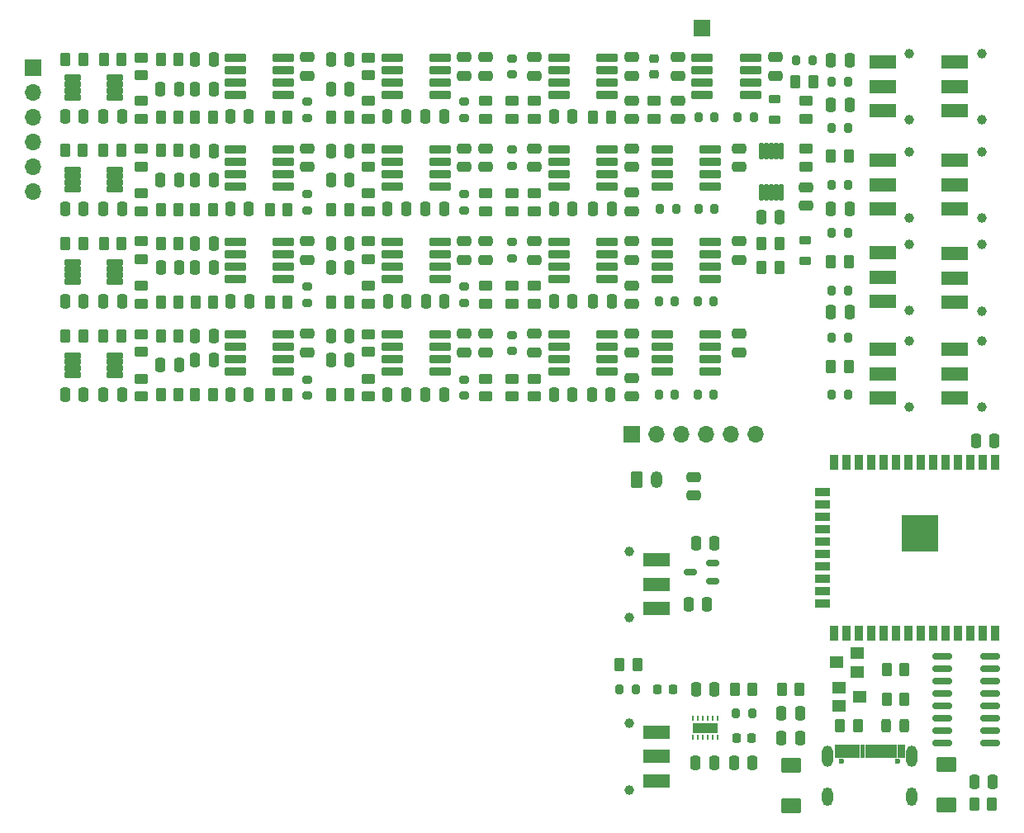
<source format=gbr>
%TF.GenerationSoftware,KiCad,Pcbnew,8.0.5*%
%TF.CreationDate,2025-03-07T14:34:27+01:00*%
%TF.ProjectId,eeg_4-channel_final,6565675f-342d-4636-9861-6e6e656c5f66,rev?*%
%TF.SameCoordinates,Original*%
%TF.FileFunction,Soldermask,Top*%
%TF.FilePolarity,Negative*%
%FSLAX46Y46*%
G04 Gerber Fmt 4.6, Leading zero omitted, Abs format (unit mm)*
G04 Created by KiCad (PCBNEW 8.0.5) date 2025-03-07 14:34:27*
%MOMM*%
%LPD*%
G01*
G04 APERTURE LIST*
G04 Aperture macros list*
%AMRoundRect*
0 Rectangle with rounded corners*
0 $1 Rounding radius*
0 $2 $3 $4 $5 $6 $7 $8 $9 X,Y pos of 4 corners*
0 Add a 4 corners polygon primitive as box body*
4,1,4,$2,$3,$4,$5,$6,$7,$8,$9,$2,$3,0*
0 Add four circle primitives for the rounded corners*
1,1,$1+$1,$2,$3*
1,1,$1+$1,$4,$5*
1,1,$1+$1,$6,$7*
1,1,$1+$1,$8,$9*
0 Add four rect primitives between the rounded corners*
20,1,$1+$1,$2,$3,$4,$5,0*
20,1,$1+$1,$4,$5,$6,$7,0*
20,1,$1+$1,$6,$7,$8,$9,0*
20,1,$1+$1,$8,$9,$2,$3,0*%
G04 Aperture macros list end*
%ADD10C,0.010000*%
%ADD11RoundRect,0.250000X-0.250000X-0.475000X0.250000X-0.475000X0.250000X0.475000X-0.250000X0.475000X0*%
%ADD12RoundRect,0.250000X0.250000X0.475000X-0.250000X0.475000X-0.250000X-0.475000X0.250000X-0.475000X0*%
%ADD13RoundRect,0.250000X0.450000X-0.262500X0.450000X0.262500X-0.450000X0.262500X-0.450000X-0.262500X0*%
%ADD14RoundRect,0.100500X-0.986500X-0.301500X0.986500X-0.301500X0.986500X0.301500X-0.986500X0.301500X0*%
%ADD15RoundRect,0.250000X0.475000X-0.250000X0.475000X0.250000X-0.475000X0.250000X-0.475000X-0.250000X0*%
%ADD16RoundRect,0.250000X-0.450000X0.262500X-0.450000X-0.262500X0.450000X-0.262500X0.450000X0.262500X0*%
%ADD17C,1.000000*%
%ADD18RoundRect,0.102000X1.250000X-0.600000X1.250000X0.600000X-1.250000X0.600000X-1.250000X-0.600000X0*%
%ADD19RoundRect,0.250000X-0.262500X-0.450000X0.262500X-0.450000X0.262500X0.450000X-0.262500X0.450000X0*%
%ADD20RoundRect,0.250000X-0.475000X0.250000X-0.475000X-0.250000X0.475000X-0.250000X0.475000X0.250000X0*%
%ADD21R,1.700000X1.700000*%
%ADD22O,1.700000X1.700000*%
%ADD23RoundRect,0.200000X-0.200000X-0.275000X0.200000X-0.275000X0.200000X0.275000X-0.200000X0.275000X0*%
%ADD24RoundRect,0.200000X0.200000X0.275000X-0.200000X0.275000X-0.200000X-0.275000X0.200000X-0.275000X0*%
%ADD25RoundRect,0.218750X0.381250X-0.218750X0.381250X0.218750X-0.381250X0.218750X-0.381250X-0.218750X0*%
%ADD26R,0.249999X0.499999*%
%ADD27R,2.650000X1.000000*%
%ADD28C,0.499999*%
%ADD29RoundRect,0.250000X0.262500X0.450000X-0.262500X0.450000X-0.262500X-0.450000X0.262500X-0.450000X0*%
%ADD30RoundRect,0.102000X-1.250000X0.600000X-1.250000X-0.600000X1.250000X-0.600000X1.250000X0.600000X0*%
%ADD31RoundRect,0.200000X0.275000X-0.200000X0.275000X0.200000X-0.275000X0.200000X-0.275000X-0.200000X0*%
%ADD32RoundRect,0.102000X-0.900000X0.675000X-0.900000X-0.675000X0.900000X-0.675000X0.900000X0.675000X0*%
%ADD33RoundRect,0.085500X-0.751500X-0.256500X0.751500X-0.256500X0.751500X0.256500X-0.751500X0.256500X0*%
%ADD34RoundRect,0.218750X-0.381250X0.218750X-0.381250X-0.218750X0.381250X-0.218750X0.381250X0.218750X0*%
%ADD35C,0.600000*%
%ADD36O,1.104000X2.204000*%
%ADD37O,1.104000X1.904000*%
%ADD38RoundRect,0.225000X0.225000X0.250000X-0.225000X0.250000X-0.225000X-0.250000X0.225000X-0.250000X0*%
%ADD39RoundRect,0.102000X0.600000X-0.508000X0.600000X0.508000X-0.600000X0.508000X-0.600000X-0.508000X0*%
%ADD40RoundRect,0.243750X0.243750X0.456250X-0.243750X0.456250X-0.243750X-0.456250X0.243750X-0.456250X0*%
%ADD41R,0.900000X1.500000*%
%ADD42R,1.500000X0.900000*%
%ADD43R,3.800000X3.800000*%
%ADD44RoundRect,0.060500X-0.181500X0.776500X-0.181500X-0.776500X0.181500X-0.776500X0.181500X0.776500X0*%
%ADD45RoundRect,0.250000X-0.350000X-0.625000X0.350000X-0.625000X0.350000X0.625000X-0.350000X0.625000X0*%
%ADD46O,1.200000X1.750000*%
%ADD47RoundRect,0.225000X0.250000X-0.225000X0.250000X0.225000X-0.250000X0.225000X-0.250000X-0.225000X0*%
%ADD48RoundRect,0.225000X-0.225000X-0.250000X0.225000X-0.250000X0.225000X0.250000X-0.225000X0.250000X0*%
%ADD49RoundRect,0.102000X-0.600000X0.508000X-0.600000X-0.508000X0.600000X-0.508000X0.600000X0.508000X0*%
%ADD50RoundRect,0.150000X-0.825000X-0.150000X0.825000X-0.150000X0.825000X0.150000X-0.825000X0.150000X0*%
%ADD51RoundRect,0.150000X0.512500X0.150000X-0.512500X0.150000X-0.512500X-0.150000X0.512500X-0.150000X0*%
G04 APERTURE END LIST*
D10*
%TO.C,J1*%
X103837500Y-92670000D02*
X103137500Y-92670000D01*
X103137500Y-91430000D01*
X103837500Y-91430000D01*
X103837500Y-92670000D01*
G36*
X103837500Y-92670000D02*
G01*
X103137500Y-92670000D01*
X103137500Y-91430000D01*
X103837500Y-91430000D01*
X103837500Y-92670000D01*
G37*
X104637500Y-92670000D02*
X103937500Y-92670000D01*
X103937500Y-91430000D01*
X104637500Y-91430000D01*
X104637500Y-92670000D01*
G36*
X104637500Y-92670000D02*
G01*
X103937500Y-92670000D01*
X103937500Y-91430000D01*
X104637500Y-91430000D01*
X104637500Y-92670000D01*
G37*
X105137500Y-92670000D02*
X104737500Y-92670000D01*
X104737500Y-91430000D01*
X105137500Y-91430000D01*
X105137500Y-92670000D01*
G36*
X105137500Y-92670000D02*
G01*
X104737500Y-92670000D01*
X104737500Y-91430000D01*
X105137500Y-91430000D01*
X105137500Y-92670000D01*
G37*
X105637500Y-92670000D02*
X105237500Y-92670000D01*
X105237500Y-91430000D01*
X105637500Y-91430000D01*
X105637500Y-92670000D01*
G36*
X105637500Y-92670000D02*
G01*
X105237500Y-92670000D01*
X105237500Y-91430000D01*
X105637500Y-91430000D01*
X105637500Y-92670000D01*
G37*
X106137500Y-92670000D02*
X105737500Y-92670000D01*
X105737500Y-91430000D01*
X106137500Y-91430000D01*
X106137500Y-92670000D01*
G36*
X106137500Y-92670000D02*
G01*
X105737500Y-92670000D01*
X105737500Y-91430000D01*
X106137500Y-91430000D01*
X106137500Y-92670000D01*
G37*
X106637500Y-92670000D02*
X106237500Y-92670000D01*
X106237500Y-91430000D01*
X106637500Y-91430000D01*
X106637500Y-92670000D01*
G36*
X106637500Y-92670000D02*
G01*
X106237500Y-92670000D01*
X106237500Y-91430000D01*
X106637500Y-91430000D01*
X106637500Y-92670000D01*
G37*
X107137500Y-92670000D02*
X106737500Y-92670000D01*
X106737500Y-91430000D01*
X107137500Y-91430000D01*
X107137500Y-92670000D01*
G36*
X107137500Y-92670000D02*
G01*
X106737500Y-92670000D01*
X106737500Y-91430000D01*
X107137500Y-91430000D01*
X107137500Y-92670000D01*
G37*
X107637500Y-92670000D02*
X107237500Y-92670000D01*
X107237500Y-91430000D01*
X107637500Y-91430000D01*
X107637500Y-92670000D01*
G36*
X107637500Y-92670000D02*
G01*
X107237500Y-92670000D01*
X107237500Y-91430000D01*
X107637500Y-91430000D01*
X107637500Y-92670000D01*
G37*
X108137500Y-92670000D02*
X107737500Y-92670000D01*
X107737500Y-91430000D01*
X108137500Y-91430000D01*
X108137500Y-92670000D01*
G36*
X108137500Y-92670000D02*
G01*
X107737500Y-92670000D01*
X107737500Y-91430000D01*
X108137500Y-91430000D01*
X108137500Y-92670000D01*
G37*
X108637500Y-92670000D02*
X108237500Y-92670000D01*
X108237500Y-91430000D01*
X108637500Y-91430000D01*
X108637500Y-92670000D01*
G36*
X108637500Y-92670000D02*
G01*
X108237500Y-92670000D01*
X108237500Y-91430000D01*
X108637500Y-91430000D01*
X108637500Y-92670000D01*
G37*
X109437500Y-92670000D02*
X108737500Y-92670000D01*
X108737500Y-91430000D01*
X109437500Y-91430000D01*
X109437500Y-92670000D01*
G36*
X109437500Y-92670000D02*
G01*
X108737500Y-92670000D01*
X108737500Y-91430000D01*
X109437500Y-91430000D01*
X109437500Y-92670000D01*
G37*
X110237500Y-92670000D02*
X109537500Y-92670000D01*
X109537500Y-91430000D01*
X110237500Y-91430000D01*
X110237500Y-92670000D01*
G36*
X110237500Y-92670000D02*
G01*
X109537500Y-92670000D01*
X109537500Y-91430000D01*
X110237500Y-91430000D01*
X110237500Y-92670000D01*
G37*
%TD*%
D11*
%TO.C,C11*%
X61185000Y-27032500D03*
X63085000Y-27032500D03*
%TD*%
D12*
%TO.C,C88*%
X99550000Y-88250000D03*
X97650000Y-88250000D03*
%TD*%
D13*
%TO.C,R98*%
X32000000Y-36712500D03*
X32000000Y-34887500D03*
%TD*%
D14*
%TO.C,U6*%
X74850000Y-20980000D03*
X74850000Y-22250000D03*
X74850000Y-23520000D03*
X74850000Y-24790000D03*
X79790000Y-24790000D03*
X79790000Y-23520000D03*
X79790000Y-22250000D03*
X79790000Y-20980000D03*
%TD*%
D15*
%TO.C,C21*%
X82320000Y-22832500D03*
X82320000Y-20932500D03*
%TD*%
D16*
%TO.C,R72*%
X55335000Y-39817500D03*
X55335000Y-41642500D03*
%TD*%
%TO.C,R14*%
X55320000Y-25420000D03*
X55320000Y-27245000D03*
%TD*%
D14*
%TO.C,U2*%
X41645000Y-20980000D03*
X41645000Y-22250000D03*
X41645000Y-23520000D03*
X41645000Y-24790000D03*
X46585000Y-24790000D03*
X46585000Y-23520000D03*
X46585000Y-22250000D03*
X46585000Y-20980000D03*
%TD*%
D11*
%TO.C,C72*%
X34017500Y-42500000D03*
X35917500Y-42500000D03*
%TD*%
D17*
%TO.C,S10*%
X118200000Y-37400000D03*
X118200000Y-30600000D03*
D18*
X115450000Y-36500000D03*
X115450000Y-34000000D03*
X115450000Y-31500000D03*
%TD*%
D17*
%TO.C,S3*%
X110800000Y-56791500D03*
X110800000Y-49991500D03*
D18*
X108050000Y-55891500D03*
X108050000Y-53391500D03*
X108050000Y-50891500D03*
%TD*%
D13*
%TO.C,R62*%
X70020000Y-55712500D03*
X70020000Y-53887500D03*
%TD*%
D19*
%TO.C,R64*%
X24235000Y-40000000D03*
X26060000Y-40000000D03*
%TD*%
D11*
%TO.C,C54*%
X37545000Y-49530000D03*
X39445000Y-49530000D03*
%TD*%
D15*
%TO.C,C39*%
X67320000Y-32200000D03*
X67320000Y-30300000D03*
%TD*%
D19*
%TO.C,R75*%
X51517500Y-46030000D03*
X53342500Y-46030000D03*
%TD*%
D20*
%TO.C,C17*%
X87085000Y-25362500D03*
X87085000Y-27262500D03*
%TD*%
D14*
%TO.C,U14*%
X85460000Y-39847500D03*
X85460000Y-41117500D03*
X85460000Y-42387500D03*
X85460000Y-43657500D03*
X90400000Y-43657500D03*
X90400000Y-42387500D03*
X90400000Y-41117500D03*
X90400000Y-39847500D03*
%TD*%
D15*
%TO.C,C83*%
X72335000Y-41700000D03*
X72335000Y-39800000D03*
%TD*%
D21*
%TO.C,J2*%
X20897500Y-22000000D03*
D22*
X20897500Y-24540000D03*
X20897500Y-27080000D03*
X20897500Y-29620000D03*
X20897500Y-32160000D03*
X20897500Y-34700000D03*
%TD*%
D23*
%TO.C,R93*%
X102844430Y-49700000D03*
X104494430Y-49700000D03*
%TD*%
D15*
%TO.C,C44*%
X82285000Y-32200000D03*
X82285000Y-30300000D03*
%TD*%
D11*
%TO.C,C79*%
X51500000Y-42500000D03*
X53400000Y-42500000D03*
%TD*%
D24*
%TO.C,R92*%
X104494430Y-44850000D03*
X102844430Y-44850000D03*
%TD*%
D25*
%TO.C,L1*%
X100070000Y-41812500D03*
X100070000Y-39687500D03*
%TD*%
D12*
%TO.C,C28*%
X97500000Y-37300000D03*
X95600000Y-37300000D03*
%TD*%
D14*
%TO.C,U5*%
X57750000Y-20980000D03*
X57750000Y-22250000D03*
X57750000Y-23520000D03*
X57750000Y-24790000D03*
X62690000Y-24790000D03*
X62690000Y-23520000D03*
X62690000Y-22250000D03*
X62690000Y-20980000D03*
%TD*%
D23*
%TO.C,R53*%
X89072500Y-55500000D03*
X90722500Y-55500000D03*
%TD*%
D16*
%TO.C,R17*%
X72290000Y-25420000D03*
X72290000Y-27245000D03*
%TD*%
D15*
%TO.C,C80*%
X67335000Y-41700000D03*
X67335000Y-39800000D03*
%TD*%
D19*
%TO.C,R13*%
X51502500Y-27062500D03*
X53327500Y-27062500D03*
%TD*%
D26*
%TO.C,U4*%
X88584997Y-90649999D03*
X89084999Y-90649999D03*
X89584997Y-90649999D03*
X90084997Y-90649999D03*
X90584998Y-90649999D03*
X91084997Y-90649999D03*
X91084997Y-88750000D03*
X90584998Y-88750000D03*
X90084997Y-88750000D03*
X89584997Y-88750000D03*
X89084999Y-88750000D03*
X88584997Y-88750000D03*
D27*
X89834997Y-89699998D03*
D28*
X89834997Y-89700001D03*
%TD*%
D29*
%TO.C,R49*%
X35845000Y-55530000D03*
X34020000Y-55530000D03*
%TD*%
D15*
%TO.C,C47*%
X93300000Y-32200000D03*
X93300000Y-30300000D03*
%TD*%
D19*
%TO.C,R10*%
X45197500Y-27062500D03*
X47022500Y-27062500D03*
%TD*%
D17*
%TO.C,S5*%
X82100000Y-89250000D03*
X82100000Y-96050000D03*
D30*
X84850000Y-90150000D03*
X84850000Y-92650000D03*
X84850000Y-95150000D03*
%TD*%
D14*
%TO.C,U15*%
X41645000Y-49347500D03*
X41645000Y-50617500D03*
X41645000Y-51887500D03*
X41645000Y-53157500D03*
X46585000Y-53157500D03*
X46585000Y-51887500D03*
X46585000Y-50617500D03*
X46585000Y-49347500D03*
%TD*%
D31*
%TO.C,R37*%
X65090000Y-36625000D03*
X65090000Y-34975000D03*
%TD*%
D17*
%TO.C,S11*%
X118200000Y-46950000D03*
X118200000Y-40150000D03*
D18*
X115450000Y-46050000D03*
X115450000Y-43550000D03*
X115450000Y-41050000D03*
%TD*%
D21*
%TO.C,J4*%
X82300000Y-59600000D03*
D22*
X84840000Y-59600000D03*
X87380000Y-59600000D03*
X89920000Y-59600000D03*
X92460000Y-59600000D03*
X95000000Y-59600000D03*
%TD*%
D20*
%TO.C,C57*%
X82285000Y-53830000D03*
X82285000Y-55730000D03*
%TD*%
D32*
%TO.C,S7*%
X98687500Y-93525000D03*
X98687500Y-97675000D03*
%TD*%
%TO.C,S8*%
X114600000Y-93425000D03*
X114600000Y-97575000D03*
%TD*%
D11*
%TO.C,C92*%
X102739430Y-21200000D03*
X104639430Y-21200000D03*
%TD*%
D16*
%TO.C,R76*%
X72305000Y-44387500D03*
X72305000Y-46212500D03*
%TD*%
D11*
%TO.C,C56*%
X78250000Y-55500000D03*
X80150000Y-55500000D03*
%TD*%
D12*
%TO.C,C85*%
X76250000Y-46000000D03*
X74350000Y-46000000D03*
%TD*%
D33*
%TO.C,U19*%
X25012500Y-41991666D03*
X25012500Y-42641666D03*
X25012500Y-43291666D03*
X25012500Y-43941666D03*
X29312500Y-43941666D03*
X29312500Y-43291666D03*
X29312500Y-42641666D03*
X29312500Y-41991666D03*
%TD*%
D34*
%TO.C,L2*%
X97000000Y-25200000D03*
X97000000Y-27325000D03*
%TD*%
D23*
%TO.C,R87*%
X102844430Y-28148500D03*
X104494430Y-28148500D03*
%TD*%
D29*
%TO.C,R8*%
X39387500Y-27062500D03*
X37562500Y-27062500D03*
%TD*%
D31*
%TO.C,R43*%
X70020000Y-32055000D03*
X70020000Y-30405000D03*
%TD*%
D12*
%TO.C,C35*%
X43060000Y-36500000D03*
X41160000Y-36500000D03*
%TD*%
D14*
%TO.C,U12*%
X85460000Y-30347500D03*
X85460000Y-31617500D03*
X85460000Y-32887500D03*
X85460000Y-34157500D03*
X90400000Y-34157500D03*
X90400000Y-32887500D03*
X90400000Y-31617500D03*
X90400000Y-30347500D03*
%TD*%
D29*
%TO.C,R9*%
X35845000Y-21132500D03*
X34020000Y-21132500D03*
%TD*%
D23*
%TO.C,R52*%
X85072500Y-55500000D03*
X86722500Y-55500000D03*
%TD*%
D35*
%TO.C,J1*%
X103797500Y-93120000D03*
X109577500Y-93120000D03*
D36*
X102362500Y-92630000D03*
X111012500Y-92630000D03*
D37*
X102362500Y-96800000D03*
X111012500Y-96800000D03*
%TD*%
D12*
%TO.C,C22*%
X26102500Y-27032500D03*
X24202500Y-27032500D03*
%TD*%
D14*
%TO.C,U21*%
X57765000Y-39847500D03*
X57765000Y-41117500D03*
X57765000Y-42387500D03*
X57765000Y-43657500D03*
X62705000Y-43657500D03*
X62705000Y-42387500D03*
X62705000Y-41117500D03*
X62705000Y-39847500D03*
%TD*%
D11*
%TO.C,C31*%
X34002500Y-33500000D03*
X35902500Y-33500000D03*
%TD*%
D12*
%TO.C,C30*%
X26102500Y-36500000D03*
X24202500Y-36500000D03*
%TD*%
D17*
%TO.C,S1*%
X110800000Y-27338500D03*
X110800000Y-20538500D03*
D18*
X108050000Y-26438500D03*
X108050000Y-23938500D03*
X108050000Y-21438500D03*
%TD*%
D29*
%TO.C,R50*%
X35845000Y-49500000D03*
X34020000Y-49500000D03*
%TD*%
D11*
%TO.C,C1*%
X88850000Y-93250000D03*
X90750000Y-93250000D03*
%TD*%
D20*
%TO.C,C49*%
X82285000Y-44330000D03*
X82285000Y-46230000D03*
%TD*%
D12*
%TO.C,C93*%
X104639430Y-25800000D03*
X102739430Y-25800000D03*
%TD*%
D13*
%TO.C,R16*%
X67290000Y-27245000D03*
X67290000Y-25420000D03*
%TD*%
D19*
%TO.C,R25*%
X95632500Y-42500000D03*
X97457500Y-42500000D03*
%TD*%
D33*
%TO.C,U13*%
X24997500Y-51525000D03*
X24997500Y-52175000D03*
X24997500Y-52825000D03*
X24997500Y-53475000D03*
X29297500Y-53475000D03*
X29297500Y-52825000D03*
X29297500Y-52175000D03*
X29297500Y-51525000D03*
%TD*%
D17*
%TO.C,S12*%
X118200000Y-56791500D03*
X118200000Y-49991500D03*
D18*
X115450000Y-55891500D03*
X115450000Y-53391500D03*
X115450000Y-50891500D03*
%TD*%
D19*
%TO.C,R60*%
X51502500Y-55530000D03*
X53327500Y-55530000D03*
%TD*%
D12*
%TO.C,C70*%
X30065000Y-46000000D03*
X28165000Y-46000000D03*
%TD*%
D15*
%TO.C,C26*%
X97020000Y-22832500D03*
X97020000Y-20932500D03*
%TD*%
D16*
%TO.C,R57*%
X55320000Y-49317500D03*
X55320000Y-51142500D03*
%TD*%
D15*
%TO.C,C96*%
X88700000Y-65900000D03*
X88700000Y-64000000D03*
%TD*%
D19*
%TO.C,R69*%
X45212500Y-46030000D03*
X47037500Y-46030000D03*
%TD*%
D15*
%TO.C,C20*%
X65120000Y-22832500D03*
X65120000Y-20932500D03*
%TD*%
D17*
%TO.C,S6*%
X82100000Y-71600000D03*
X82100000Y-78400000D03*
D30*
X84850000Y-72500000D03*
X84850000Y-75000000D03*
X84850000Y-77500000D03*
%TD*%
D16*
%TO.C,R56*%
X55320000Y-53887500D03*
X55320000Y-55712500D03*
%TD*%
D29*
%TO.C,R29*%
X29992500Y-30500000D03*
X28167500Y-30500000D03*
%TD*%
D11*
%TO.C,C48*%
X78350000Y-46000000D03*
X80250000Y-46000000D03*
%TD*%
D29*
%TO.C,R67*%
X35860000Y-40000000D03*
X34035000Y-40000000D03*
%TD*%
%TO.C,R6*%
X30027500Y-21132500D03*
X28202500Y-21132500D03*
%TD*%
D11*
%TO.C,C91*%
X117600000Y-60250000D03*
X119500000Y-60250000D03*
%TD*%
D20*
%TO.C,C16*%
X87020000Y-20932500D03*
X87020000Y-22832500D03*
%TD*%
D16*
%TO.C,R61*%
X72290000Y-53887500D03*
X72290000Y-55712500D03*
%TD*%
D11*
%TO.C,C7*%
X34002500Y-24220000D03*
X35902500Y-24220000D03*
%TD*%
D31*
%TO.C,R63*%
X70020000Y-51055000D03*
X70020000Y-49405000D03*
%TD*%
D12*
%TO.C,C18*%
X30050000Y-27032500D03*
X28150000Y-27032500D03*
%TD*%
%TO.C,C29*%
X30050000Y-36500000D03*
X28150000Y-36500000D03*
%TD*%
D11*
%TO.C,C87*%
X88150000Y-77000000D03*
X90050000Y-77000000D03*
%TD*%
D12*
%TO.C,C45*%
X76235000Y-36500000D03*
X74335000Y-36500000D03*
%TD*%
D11*
%TO.C,C38*%
X51485000Y-33500000D03*
X53385000Y-33500000D03*
%TD*%
D12*
%TO.C,C25*%
X76235000Y-27032500D03*
X74335000Y-27032500D03*
%TD*%
D23*
%TO.C,R22*%
X89160000Y-27062500D03*
X90810000Y-27062500D03*
%TD*%
D11*
%TO.C,C66*%
X57285000Y-55500000D03*
X59185000Y-55500000D03*
%TD*%
D13*
%TO.C,R41*%
X70020000Y-36712500D03*
X70020000Y-34887500D03*
%TD*%
D19*
%TO.C,R33*%
X45197500Y-36530000D03*
X47022500Y-36530000D03*
%TD*%
D29*
%TO.C,R31*%
X35845000Y-30500000D03*
X34020000Y-30500000D03*
%TD*%
D13*
%TO.C,R102*%
X32000000Y-55712500D03*
X32000000Y-53887500D03*
%TD*%
D15*
%TO.C,C13*%
X72320000Y-22832500D03*
X72320000Y-20932500D03*
%TD*%
%TO.C,C34*%
X49040000Y-32200000D03*
X49040000Y-30300000D03*
%TD*%
D23*
%TO.C,R42*%
X85235000Y-36500000D03*
X86885000Y-36500000D03*
%TD*%
D15*
%TO.C,C84*%
X82300000Y-41700000D03*
X82300000Y-39800000D03*
%TD*%
D13*
%TO.C,R77*%
X70035000Y-46212500D03*
X70035000Y-44387500D03*
%TD*%
D15*
%TO.C,C58*%
X49040000Y-51200000D03*
X49040000Y-49300000D03*
%TD*%
D20*
%TO.C,C46*%
X82285000Y-34800000D03*
X82285000Y-36700000D03*
%TD*%
D31*
%TO.C,R78*%
X70035000Y-41555000D03*
X70035000Y-39905000D03*
%TD*%
D12*
%TO.C,C69*%
X76235000Y-55500000D03*
X74335000Y-55500000D03*
%TD*%
D13*
%TO.C,R99*%
X32000000Y-32142500D03*
X32000000Y-30317500D03*
%TD*%
D11*
%TO.C,C73*%
X37560000Y-40030000D03*
X39460000Y-40030000D03*
%TD*%
D12*
%TO.C,C89*%
X99550000Y-90750000D03*
X97650000Y-90750000D03*
%TD*%
D15*
%TO.C,C40*%
X65120000Y-32200000D03*
X65120000Y-30300000D03*
%TD*%
D16*
%TO.C,R71*%
X55335000Y-44387500D03*
X55335000Y-46212500D03*
%TD*%
D31*
%TO.C,R70*%
X49025000Y-46125000D03*
X49025000Y-44475000D03*
%TD*%
D29*
%TO.C,R66*%
X35860000Y-46030000D03*
X34035000Y-46030000D03*
%TD*%
D17*
%TO.C,S9*%
X118200000Y-27338500D03*
X118200000Y-20538500D03*
D18*
X115450000Y-26438500D03*
X115450000Y-23938500D03*
X115450000Y-21438500D03*
%TD*%
D14*
%TO.C,U18*%
X74850000Y-49347500D03*
X74850000Y-50617500D03*
X74850000Y-51887500D03*
X74850000Y-53157500D03*
X79790000Y-53157500D03*
X79790000Y-51887500D03*
X79790000Y-50617500D03*
X79790000Y-49347500D03*
%TD*%
D23*
%TO.C,R48*%
X89087500Y-46000000D03*
X90737500Y-46000000D03*
%TD*%
D16*
%TO.C,R35*%
X55320000Y-34887500D03*
X55320000Y-36712500D03*
%TD*%
D12*
%TO.C,C50*%
X30050000Y-55500000D03*
X28150000Y-55500000D03*
%TD*%
%TO.C,C82*%
X59200000Y-46000000D03*
X57300000Y-46000000D03*
%TD*%
D11*
%TO.C,C62*%
X61185000Y-55500000D03*
X63085000Y-55500000D03*
%TD*%
D19*
%TO.C,R79*%
X103687500Y-89500000D03*
X105512500Y-89500000D03*
%TD*%
D31*
%TO.C,R18*%
X70020000Y-22687500D03*
X70020000Y-21037500D03*
%TD*%
D38*
%TO.C,C4*%
X86525000Y-85750000D03*
X84975000Y-85750000D03*
%TD*%
D12*
%TO.C,C41*%
X59185000Y-36500000D03*
X57285000Y-36500000D03*
%TD*%
D14*
%TO.C,U20*%
X41660000Y-39847500D03*
X41660000Y-41117500D03*
X41660000Y-42387500D03*
X41660000Y-43657500D03*
X46600000Y-43657500D03*
X46600000Y-42387500D03*
X46600000Y-41117500D03*
X46600000Y-39847500D03*
%TD*%
D12*
%TO.C,C94*%
X104639430Y-36500000D03*
X102739430Y-36500000D03*
%TD*%
D14*
%TO.C,U22*%
X74865000Y-39847500D03*
X74865000Y-41117500D03*
X74865000Y-42387500D03*
X74865000Y-43657500D03*
X79805000Y-43657500D03*
X79805000Y-42387500D03*
X79805000Y-41117500D03*
X79805000Y-39847500D03*
%TD*%
D13*
%TO.C,R100*%
X32000000Y-46212500D03*
X32000000Y-44387500D03*
%TD*%
D24*
%TO.C,R95*%
X104494430Y-55500000D03*
X102844430Y-55500000D03*
%TD*%
D39*
%TO.C,Q1*%
X105410000Y-83950000D03*
X105410000Y-82050000D03*
X103290000Y-83000000D03*
%TD*%
D29*
%TO.C,R81*%
X110262500Y-83750000D03*
X108437500Y-83750000D03*
%TD*%
D12*
%TO.C,C24*%
X59185000Y-27032500D03*
X57285000Y-27032500D03*
%TD*%
D29*
%TO.C,R46*%
X29992500Y-49500000D03*
X28167500Y-49500000D03*
%TD*%
D40*
%TO.C,D1*%
X110287500Y-89500000D03*
X108412500Y-89500000D03*
%TD*%
D29*
%TO.C,R65*%
X30007500Y-40000000D03*
X28182500Y-40000000D03*
%TD*%
D31*
%TO.C,R34*%
X49010000Y-36625000D03*
X49010000Y-34975000D03*
%TD*%
D11*
%TO.C,C9*%
X51485000Y-21162500D03*
X53385000Y-21162500D03*
%TD*%
D19*
%TO.C,R1*%
X81062500Y-83250000D03*
X82887500Y-83250000D03*
%TD*%
D29*
%TO.C,R7*%
X35845000Y-27062500D03*
X34020000Y-27062500D03*
%TD*%
D33*
%TO.C,U1*%
X24997500Y-23057500D03*
X24997500Y-23707500D03*
X24997500Y-24357500D03*
X24997500Y-25007500D03*
X29297500Y-25007500D03*
X29297500Y-24357500D03*
X29297500Y-23707500D03*
X29297500Y-23057500D03*
%TD*%
D11*
%TO.C,C78*%
X61200000Y-46000000D03*
X63100000Y-46000000D03*
%TD*%
D12*
%TO.C,C76*%
X43075000Y-46000000D03*
X41175000Y-46000000D03*
%TD*%
D41*
%TO.C,U24*%
X119600000Y-62500000D03*
X118330000Y-62500000D03*
X117060000Y-62500000D03*
X115790000Y-62500000D03*
X114520000Y-62500000D03*
X113250000Y-62500000D03*
X111980000Y-62500000D03*
X110710000Y-62500000D03*
X109440000Y-62500000D03*
X108170000Y-62500000D03*
X106900000Y-62500000D03*
X105630000Y-62500000D03*
X104360000Y-62500000D03*
X103090000Y-62500000D03*
D42*
X101840000Y-65540000D03*
X101840000Y-66810000D03*
X101840000Y-68080000D03*
X101840000Y-69350000D03*
X101840000Y-70620000D03*
X101840000Y-71890000D03*
X101840000Y-73160000D03*
X101840000Y-74430000D03*
X101840000Y-75700000D03*
X101840000Y-76970000D03*
D41*
X103090000Y-80000000D03*
X104360000Y-80000000D03*
X105630000Y-80000000D03*
X106900000Y-80000000D03*
X108170000Y-80000000D03*
X109440000Y-80000000D03*
X110710000Y-80000000D03*
X111980000Y-80000000D03*
X113250000Y-80000000D03*
X114520000Y-80000000D03*
X115790000Y-80000000D03*
X117060000Y-80000000D03*
X118330000Y-80000000D03*
X119600000Y-80000000D03*
D35*
X112580000Y-68350000D03*
X111180000Y-68350000D03*
X113280000Y-69050000D03*
X111880000Y-69050000D03*
X110480000Y-69050000D03*
X112580000Y-69725000D03*
X111180000Y-69725000D03*
D43*
X111880000Y-69750000D03*
D35*
X113280000Y-70450000D03*
X111880000Y-70450000D03*
X110480000Y-70450000D03*
X112580000Y-71150000D03*
X111180000Y-71150000D03*
%TD*%
D14*
%TO.C,U7*%
X89550000Y-20980000D03*
X89550000Y-22250000D03*
X89550000Y-23520000D03*
X89550000Y-24790000D03*
X94490000Y-24790000D03*
X94490000Y-23520000D03*
X94490000Y-22250000D03*
X94490000Y-20980000D03*
%TD*%
D29*
%TO.C,R51*%
X39387500Y-55530000D03*
X37562500Y-55530000D03*
%TD*%
D17*
%TO.C,S4*%
X110800000Y-46900000D03*
X110800000Y-40100000D03*
D18*
X108050000Y-46000000D03*
X108050000Y-43500000D03*
X108050000Y-41000000D03*
%TD*%
D14*
%TO.C,U17*%
X57750000Y-49347500D03*
X57750000Y-50617500D03*
X57750000Y-51887500D03*
X57750000Y-53157500D03*
X62690000Y-53157500D03*
X62690000Y-51887500D03*
X62690000Y-50617500D03*
X62690000Y-49347500D03*
%TD*%
D19*
%TO.C,R24*%
X95632500Y-40000000D03*
X97457500Y-40000000D03*
%TD*%
D13*
%TO.C,R97*%
X32000000Y-22775000D03*
X32000000Y-20950000D03*
%TD*%
%TO.C,R27*%
X100170000Y-32125000D03*
X100170000Y-30300000D03*
%TD*%
D44*
%TO.C,U3*%
X97600000Y-30520000D03*
X97100000Y-30520000D03*
X96600000Y-30520000D03*
X96100000Y-30520000D03*
X95600000Y-30520000D03*
X95600000Y-34820000D03*
X96100000Y-34820000D03*
X96600000Y-34820000D03*
X97100000Y-34820000D03*
X97600000Y-34820000D03*
%TD*%
D23*
%TO.C,R44*%
X89147500Y-36500000D03*
X90797500Y-36500000D03*
%TD*%
D11*
%TO.C,C61*%
X51485000Y-49530000D03*
X53385000Y-49530000D03*
%TD*%
D45*
%TO.C,J3*%
X82850000Y-64250000D03*
D46*
X84850000Y-64250000D03*
%TD*%
D31*
%TO.C,R55*%
X49010000Y-55625000D03*
X49010000Y-53975000D03*
%TD*%
D23*
%TO.C,R47*%
X85087500Y-46000000D03*
X86737500Y-46000000D03*
%TD*%
D12*
%TO.C,C2*%
X90800000Y-85750000D03*
X88900000Y-85750000D03*
%TD*%
D11*
%TO.C,C63*%
X51485000Y-52000000D03*
X53385000Y-52000000D03*
%TD*%
D15*
%TO.C,C19*%
X49040000Y-22832500D03*
X49040000Y-20932500D03*
%TD*%
D11*
%TO.C,C53*%
X34002500Y-52500000D03*
X35902500Y-52500000D03*
%TD*%
D19*
%TO.C,R91*%
X102756930Y-41900000D03*
X104581930Y-41900000D03*
%TD*%
D14*
%TO.C,U11*%
X74850000Y-30347500D03*
X74850000Y-31617500D03*
X74850000Y-32887500D03*
X74850000Y-34157500D03*
X79790000Y-34157500D03*
X79790000Y-32887500D03*
X79790000Y-31617500D03*
X79790000Y-30347500D03*
%TD*%
D13*
%TO.C,R26*%
X100170000Y-27245000D03*
X100170000Y-25420000D03*
%TD*%
D11*
%TO.C,C77*%
X51500000Y-40030000D03*
X53400000Y-40030000D03*
%TD*%
%TO.C,C55*%
X37545000Y-52000000D03*
X39445000Y-52000000D03*
%TD*%
D29*
%TO.C,R68*%
X39402500Y-46030000D03*
X37577500Y-46030000D03*
%TD*%
D19*
%TO.C,R88*%
X102756930Y-31098500D03*
X104581930Y-31098500D03*
%TD*%
D11*
%TO.C,C33*%
X37545000Y-33500000D03*
X39445000Y-33500000D03*
%TD*%
D15*
%TO.C,C27*%
X100200000Y-36150000D03*
X100200000Y-34250000D03*
%TD*%
D19*
%TO.C,R19*%
X78372500Y-27062500D03*
X80197500Y-27062500D03*
%TD*%
%TO.C,R28*%
X24220000Y-30500000D03*
X26045000Y-30500000D03*
%TD*%
D29*
%TO.C,R32*%
X39387500Y-36530000D03*
X37562500Y-36530000D03*
%TD*%
D19*
%TO.C,R82*%
X97687500Y-85750000D03*
X99512500Y-85750000D03*
%TD*%
D29*
%TO.C,R80*%
X110262500Y-86750000D03*
X108437500Y-86750000D03*
%TD*%
D23*
%TO.C,R86*%
X102844430Y-23400000D03*
X104494430Y-23400000D03*
%TD*%
D29*
%TO.C,R4*%
X94712500Y-85750000D03*
X92887500Y-85750000D03*
%TD*%
D47*
%TO.C,C15*%
X84620000Y-22657500D03*
X84620000Y-21107500D03*
%TD*%
D23*
%TO.C,R84*%
X99187500Y-21200000D03*
X100837500Y-21200000D03*
%TD*%
D12*
%TO.C,C59*%
X43060000Y-55500000D03*
X41160000Y-55500000D03*
%TD*%
D13*
%TO.C,R101*%
X32000000Y-41625000D03*
X32000000Y-39800000D03*
%TD*%
D24*
%TO.C,R3*%
X94675000Y-88250000D03*
X93025000Y-88250000D03*
%TD*%
D11*
%TO.C,C90*%
X117450000Y-95250000D03*
X119350000Y-95250000D03*
%TD*%
%TO.C,C8*%
X37545000Y-24220000D03*
X39445000Y-24220000D03*
%TD*%
D15*
%TO.C,C12*%
X67320000Y-22832500D03*
X67320000Y-20932500D03*
%TD*%
D17*
%TO.C,S2*%
X110800000Y-37400000D03*
X110800000Y-30600000D03*
D18*
X108050000Y-36500000D03*
X108050000Y-34000000D03*
X108050000Y-31500000D03*
%TD*%
D11*
%TO.C,C3*%
X92800000Y-93250000D03*
X94700000Y-93250000D03*
%TD*%
D19*
%TO.C,R39*%
X51502500Y-36530000D03*
X53327500Y-36530000D03*
%TD*%
D12*
%TO.C,C51*%
X26102500Y-55500000D03*
X24202500Y-55500000D03*
%TD*%
D33*
%TO.C,U8*%
X24997500Y-32458333D03*
X24997500Y-33108333D03*
X24997500Y-33758333D03*
X24997500Y-34408333D03*
X29297500Y-34408333D03*
X29297500Y-33758333D03*
X29297500Y-33108333D03*
X29297500Y-32458333D03*
%TD*%
D13*
%TO.C,R103*%
X32000000Y-51142500D03*
X32000000Y-49317500D03*
%TD*%
D15*
%TO.C,C65*%
X65120000Y-51200000D03*
X65120000Y-49300000D03*
%TD*%
D14*
%TO.C,U9*%
X41645000Y-30347500D03*
X41645000Y-31617500D03*
X41645000Y-32887500D03*
X41645000Y-34157500D03*
X46585000Y-34157500D03*
X46585000Y-32887500D03*
X46585000Y-31617500D03*
X46585000Y-30347500D03*
%TD*%
D11*
%TO.C,C32*%
X37545000Y-30530000D03*
X39445000Y-30530000D03*
%TD*%
D24*
%TO.C,R89*%
X104494430Y-34048500D03*
X102844430Y-34048500D03*
%TD*%
D31*
%TO.C,R15*%
X65090000Y-27157500D03*
X65090000Y-25507500D03*
%TD*%
D14*
%TO.C,U16*%
X85460000Y-49347500D03*
X85460000Y-50617500D03*
X85460000Y-51887500D03*
X85460000Y-53157500D03*
X90400000Y-53157500D03*
X90400000Y-51887500D03*
X90400000Y-50617500D03*
X90400000Y-49347500D03*
%TD*%
D21*
%TO.C,J5*%
X89500000Y-17900000D03*
%TD*%
D15*
%TO.C,C43*%
X72320000Y-32200000D03*
X72320000Y-30300000D03*
%TD*%
%TO.C,C14*%
X82285000Y-27262500D03*
X82285000Y-25362500D03*
%TD*%
D11*
%TO.C,C36*%
X51485000Y-30530000D03*
X53385000Y-30530000D03*
%TD*%
D48*
%TO.C,C5*%
X93075000Y-90750000D03*
X94625000Y-90750000D03*
%TD*%
D15*
%TO.C,C60*%
X93300000Y-51200000D03*
X93300000Y-49300000D03*
%TD*%
D49*
%TO.C,Q2*%
X103540000Y-85550000D03*
X103540000Y-87450000D03*
X105660000Y-86500000D03*
%TD*%
D15*
%TO.C,C52*%
X93300000Y-41700000D03*
X93300000Y-39800000D03*
%TD*%
D19*
%TO.C,R5*%
X24255000Y-21132500D03*
X26080000Y-21132500D03*
%TD*%
D13*
%TO.C,R23*%
X70020000Y-27245000D03*
X70020000Y-25420000D03*
%TD*%
D50*
%TO.C,U25*%
X114150000Y-82400000D03*
X114150000Y-83670000D03*
X114150000Y-84940000D03*
X114150000Y-86210000D03*
X114150000Y-87480000D03*
X114150000Y-88750000D03*
X114150000Y-90020000D03*
X114150000Y-91290000D03*
X119100000Y-91290000D03*
X119100000Y-90020000D03*
X119100000Y-88750000D03*
X119100000Y-87480000D03*
X119100000Y-86210000D03*
X119100000Y-84940000D03*
X119100000Y-83670000D03*
X119100000Y-82400000D03*
%TD*%
D23*
%TO.C,R90*%
X102844430Y-38950000D03*
X104494430Y-38950000D03*
%TD*%
D31*
%TO.C,R73*%
X65105000Y-46125000D03*
X65105000Y-44475000D03*
%TD*%
D16*
%TO.C,R36*%
X55320000Y-30317500D03*
X55320000Y-32142500D03*
%TD*%
D11*
%TO.C,C6*%
X37545000Y-21162500D03*
X39445000Y-21162500D03*
%TD*%
D15*
%TO.C,C81*%
X65135000Y-41700000D03*
X65135000Y-39800000D03*
%TD*%
D19*
%TO.C,R54*%
X45197500Y-55530000D03*
X47022500Y-55530000D03*
%TD*%
D11*
%TO.C,C42*%
X78350000Y-36500000D03*
X80250000Y-36500000D03*
%TD*%
D19*
%TO.C,R45*%
X24255000Y-49500000D03*
X26080000Y-49500000D03*
%TD*%
%TO.C,R94*%
X102756930Y-52650000D03*
X104581930Y-52650000D03*
%TD*%
D15*
%TO.C,C68*%
X82285000Y-51200000D03*
X82285000Y-49300000D03*
%TD*%
D16*
%TO.C,R40*%
X72290000Y-34887500D03*
X72290000Y-36712500D03*
%TD*%
D19*
%TO.C,R85*%
X99112500Y-23400000D03*
X100937500Y-23400000D03*
%TD*%
D11*
%TO.C,C74*%
X37560000Y-42500000D03*
X39460000Y-42500000D03*
%TD*%
D15*
%TO.C,C67*%
X72320000Y-51200000D03*
X72320000Y-49300000D03*
%TD*%
D14*
%TO.C,U10*%
X57750000Y-30347500D03*
X57750000Y-31617500D03*
X57750000Y-32887500D03*
X57750000Y-34157500D03*
X62690000Y-34157500D03*
X62690000Y-32887500D03*
X62690000Y-31617500D03*
X62690000Y-30347500D03*
%TD*%
D31*
%TO.C,R58*%
X65090000Y-55625000D03*
X65090000Y-53975000D03*
%TD*%
D24*
%TO.C,R2*%
X82712500Y-85750000D03*
X81062500Y-85750000D03*
%TD*%
D12*
%TO.C,C71*%
X26117500Y-46000000D03*
X24217500Y-46000000D03*
%TD*%
D13*
%TO.C,R96*%
X32000000Y-27245000D03*
X32000000Y-25420000D03*
%TD*%
D29*
%TO.C,R30*%
X35845000Y-36530000D03*
X34020000Y-36530000D03*
%TD*%
D15*
%TO.C,C75*%
X49055000Y-41700000D03*
X49055000Y-39800000D03*
%TD*%
D12*
%TO.C,C95*%
X104639430Y-47100000D03*
X102739430Y-47100000D03*
%TD*%
D13*
%TO.C,R38*%
X67290000Y-36712500D03*
X67290000Y-34887500D03*
%TD*%
%TO.C,R59*%
X67290000Y-55712500D03*
X67290000Y-53887500D03*
%TD*%
D51*
%TO.C,U23*%
X90575000Y-74700000D03*
X90575000Y-72800000D03*
X88300000Y-73750000D03*
%TD*%
D23*
%TO.C,R21*%
X93160000Y-27062500D03*
X94810000Y-27062500D03*
%TD*%
D12*
%TO.C,C86*%
X90800000Y-70750000D03*
X88900000Y-70750000D03*
%TD*%
D19*
%TO.C,R83*%
X117437500Y-97500000D03*
X119262500Y-97500000D03*
%TD*%
D15*
%TO.C,C64*%
X67320000Y-51200000D03*
X67320000Y-49300000D03*
%TD*%
D13*
%TO.C,R20*%
X84585000Y-27245000D03*
X84585000Y-25420000D03*
%TD*%
D11*
%TO.C,C37*%
X61185000Y-36500000D03*
X63085000Y-36500000D03*
%TD*%
D16*
%TO.C,R12*%
X55320000Y-20950000D03*
X55320000Y-22775000D03*
%TD*%
D11*
%TO.C,C10*%
X51485000Y-24197500D03*
X53385000Y-24197500D03*
%TD*%
D12*
%TO.C,C23*%
X43060000Y-27032500D03*
X41160000Y-27032500D03*
%TD*%
D31*
%TO.C,R11*%
X49010000Y-27157500D03*
X49010000Y-25507500D03*
%TD*%
D13*
%TO.C,R74*%
X67305000Y-46212500D03*
X67305000Y-44387500D03*
%TD*%
M02*

</source>
